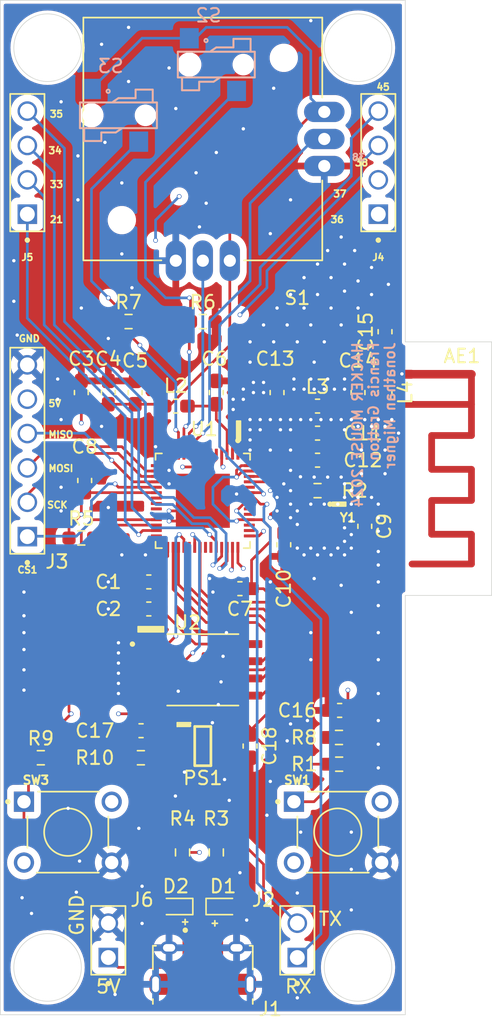
<source format=kicad_pcb>
(kicad_pcb (version 20240108) (generator "pcbnew") (generator_version "8.0")
  (layers (0 "F.Cu" signal) (1 "In1.Cu" power) (2 "In2.Cu" mixed) (31 "B.Cu" signal) (35 "F.Paste" user) (36 "B.SilkS" user "B.Silkscreen") (37 "F.SilkS" user "F.Silkscreen") (38 "B.Mask" user) (39 "F.Mask" user) (44 "Edge.Cuts" user))
  (net 0 "")
  (net 1 "GND")
  (net 2 "+3V3")
  (net 3 "/XTAL_N")
  (net 4 "/VDD3P3")
  (net 5 "VDD_SPI")
  (net 6 "+5V")
  (net 7 "/LNA_IN")
  (net 8 "Net-(AE1-A)")
  (net 9 "/RESET")
  (net 10 "/ESP_D-")
  (net 12 "/GPIO34")
  (net 13 "/GPIO33")
  (net 14 "/GPIO21")
  (net 15 "/GPIO35")
  (net 16 "/GPIO36")
  (net 17 "/GPIO45")
  (net 18 "/GPIO37")
  (net 19 "/GPIO38")
  (net 20 "/MISO")
  (net 21 "/SCK")
  (net 22 "/CS1")
  (net 23 "/MOSI")
  (net 24 "/ESP_RX")
  (net 25 "/ESP_TX")
  (net 27 "/XTAL_P")
  (net 28 "/ESP_D+")
  (net 29 "/BOOT")
  (net 30 "/BUT_1")
  (net 31 "/BUT_2")
  (net 32 "/JOY_Y")
  (net 33 "/JOY_X")
  (net 36 "/SPICS0")
  (net 37 "/SPID")
  (net 38 "/SPIWP")
  (net 39 "/SPIHD")
  (net 40 "/SPIQ")
  (net 41 "/SPICLK")
  (net 42 "Net-(C9-Pad1)")
  (net 43 "Net-(C15-Pad1)")
  (net 44 "Net-(D1-K)")
  (net 45 "Net-(R1-Pad2)")
  (net 66 "Net-(D2-K)")
  (net 67 "Net-(PS1-STBY)")
  (footprint "Header2:WURTH_61300211121" (layer "F.Cu") (at 168 103.5 90)
    (property "Reference" "J6")
    (property "Value" "POWER")
  )
  (footprint "Capacitor_SMD:C_0603_1608Metric_Pad1.08x0.95mm_HandSolder" (layer "F.Cu") (at 188.5 63 90)
    (property "Reference" "L4")
    (property "Value" "L")
  )
  (footprint "Resistor_SMD:R_0603_1608Metric_Pad0.98x0.95mm_HandSolder" (layer "F.Cu") (at 173.5 97 -90)
    (property "Reference" "R4")
    (property "Value" "0")
  )
  (footprint "Capacitor_SMD:C_0603_1608Metric_Pad1.08x0.95mm_HandSolder" (layer "F.Cu") (at 177.75 77.5 180)
    (property "Reference" "C7")
    (property "Value" "0.1uF")
  )
  (footprint "Resistor_SMD:R_0603_1608Metric_Pad0.98x0.95mm_HandSolder" (layer "F.Cu") (at 185.1 90.475)
    (property "Reference" "R1")
    (property "Value" "10k")
  )
  (footprint "Capacitor_SMD:C_0603_1608Metric_Pad1.08x0.95mm_HandSolder" (layer "F.Cu") (at 169.99 63 90)
    (property "Reference" "C5")
    (property "Value" "1uF")
  )
  (footprint "Capacitor_SMD:C_0603_1608Metric_Pad1.08x0.95mm_HandSolder" (layer "F.Cu") (at 183.5 68)
    (property "Reference" "C12")
    (property "Value" "10nF")
  )
  (footprint "Library:2765" (layer "F.Cu") (at 175 44.25)
    (property "Reference" "S1")
    (property "Value" "2765")
  )
  (footprint "Resistor_SMD:R_0603_1608Metric_Pad0.98x0.95mm_HandSolder" (layer "F.Cu") (at 170.4125 90 180)
    (property "Reference" "R10")
    (property "Value" "10k")
  )
  (footprint "Resistor_SMD:R_0603_1608Metric_Pad0.98x0.95mm_HandSolder" (layer "F.Cu") (at 183.5 70.25)
    (property "Reference" "R2")
    (property "Value" "22")
  )
  (footprint "Resistor_SMD:R_0603_1608Metric_Pad0.98x0.95mm_HandSolder" (layer "F.Cu") (at 176 97 -90)
    (property "Reference" "R3")
    (property "Value" "0")
  )
  (footprint "Resistor_SMD:R_0603_1608Metric_Pad0.98x0.95mm_HandSolder" (layer "F.Cu") (at 169.5 57.75)
    (property "Reference" "R7")
    (property "Value" "10k")
  )
  (footprint "ESP32_S3R8:QFN40P700X700X90-57N" (layer "F.Cu") (at 175 71 -90)
    (property "Reference" "U1")
    (property "Value" "ESP32-S3R8")
  )
  (footprint "Capacitor_SMD:C_0603_1608Metric_Pad1.08x0.95mm_HandSolder" (layer "F.Cu") (at 173 64 180)
    (property "Reference" "L2")
    (property "Value" "2.4nH")
  )
  (footprint "Capacitor_SMD:C_0603_1608Metric_Pad1.08x0.95mm_HandSolder" (layer "F.Cu") (at 185.1375 86.5 180)
    (property "Reference" "C16")
    (property "Value" "1uF")
  )
  (footprint "Capacitor_SMD:C_0603_1608Metric_Pad1.08x0.95mm_HandSolder" (layer "F.Cu") (at 176 63 90)
    (property "Reference" "C6")
    (property "Value" "10uF")
  )
  (footprint "Antenna:ESP_Antenna" (layer "F.Cu") (at 189.9025 63.645)
    (property "Reference" "AE1")
    (property "Value" "Antenna_Shield")
  )
  (footprint "Resistor_SMD:R_0603_1608Metric_Pad0.98x0.95mm_HandSolder" (layer "F.Cu") (at 185.0875 88.5 180)
    (property "Reference" "R8")
    (property "Value" "10k")
  )
  (footprint "Header4:WURTH_61300411121" (layer "F.Cu") (at 162 46 90)
    (property "Reference" "J5")
    (property "Value" "Header4")
  )
  (footprint "Library:SW_1825910-6-4" (layer "F.Cu") (at 165 95.5)
    (property "Reference" "SW3")
    (property "Value" "1825910-6")
  )
  (footprint "Diode_SMD:D_SOD-523" (layer "F.Cu") (at 176.5 101)
    (property "Reference" "D1")
    (property "Value" "ESD321")
  )
  (footprint "Resistor_SMD:R_0603_1608Metric_Pad0.98x0.95mm_HandSolder" (layer "F.Cu") (at 163 90)
    (property "Reference" "R9")
    (property "Value" "10k")
  )
  (footprint "Capacitor_SMD:C_0603_1608Metric_Pad1.08x0.95mm_HandSolder" (layer "F.Cu") (at 188.5 58.5 90)
    (property "Reference" "C15")
    (property "Value" "C")
  )
  (footprint "Capacitor_SMD:C_0603_1608Metric_Pad1.08x0.95mm_HandSolder" (layer "F.Cu") (at 181 74.25 -90)
    (property "Reference" "C10")
    (property "Value" "12pF")
  )
  (footprint "Capacitor_SMD:C_0603_1608Metric_Pad1.08x0.95mm_HandSolder" (layer "F.Cu") (at 183.5 66)
    (property "Reference" "C11")
    (property "Value" "1uF")
  )
  (footprint "Capacitor_SMD:C_0603_1608Metric_Pad1.08x0.95mm_HandSolder" (layer "F.Cu") (at 171 77 180)
    (property "Reference" "C1")
    (property "Value" "0.1uF")
  )
  (footprint "Diode_SMD:D_SOD-523" (layer "F.Cu") (at 173 101 180)
    (property "Reference" "D2")
    (property "Value" "ESD321")
  )
  (footprint "Header4:WURTH_61300411121" (layer "F.Cu") (at 188 46 90)
    (property "Reference" "J4")
    (property "Value" "Header4")
  )
  (footprint "Capacitor_SMD:C_0603_1608Metric_Pad1.08x0.95mm_HandSolder" (layer "F.Cu") (at 166.25 69.5 90)
    (property "Reference" "C8")
    (property "Value" "0.1uF")
  )
  (footprint "Library:SW_1825910-6-4" (layer "F.Cu") (at 185 95.5)
    (property "Reference" "SW1")
    (property "Value" "1825910-6")
  )
  (footprint "Capacitor_SMD:C_0603_1608Metric_Pad1.08x0.95mm_HandSolder" (layer "F.Cu") (at 187 72.8875 -90)
    (property "Reference" "C9")
    (property "Value" "12pF")
  )
  (footprint "Library:XTAL_ECS-400-10-37B2-CKY-TR" (layer "F.Cu") (at 183.75 72.75 -90)
    (property "Reference" "Y1")
    (property "Value" "ECS-400-10-37B2-CKY-TR")
  )
  (footprint "Library:SOT95P280X125-5N" (layer "F.Cu") (at 175 89.1375)
    (property "Reference" "PS1")
    (property "Value" "BU33SD5WG-TR")
  )
  (footprint "Capacitor_SMD:C_0603_1608Metric_Pad1.08x0.95mm_HandSolder" (layer "F.Cu") (at 166 63 90)
    (property "Reference" "C3")
    (property "Value" "0.1uF")
  )
  (footprint "Capacitor_SMD:C_0603_1608Metric_Pad1.08x0.95mm_HandSolder" (layer "F.Cu") (at 170.425 88 180)
    (property "Reference" "C17")
    (property "Value" "1uF")
  )
  (footprint "Library:AMPHENOL_10118194-0001LF" (layer "F.Cu") (at 175 106.75)
    (property "Reference" "J1")
    (property "Value" "MicroUSB")
  )
  (footprint "Header2:WURTH_61300211121" (layer "F.Cu") (at 182 103.5 90)
    (property "Reference" "J2")
    (property "Value" "UART")
  )
  (footprint "Capacitor_SMD:C_0603_1608Metric_Pad1.08x0.95mm_HandSolder" (layer "F.Cu") (at 168 63 90)
    (property "Reference" "C4")
    (property "Value" "0.1uF")
  )
  (footprint "Resistor_SMD:R_0603_1608Metric_Pad0.98x0.95mm_HandSolder" (layer "F.Cu") (at 175 57.75)
    (property "Reference" "R6")
    (property "Value" "10k")
  )
  (footprint "Capacitor_SMD:C_0603_1608Metric_Pad1.08x0.95mm_HandSolder" (layer "F.Cu") (at 186.5 63 90)
    (property "Reference" "C14")
    (property "Value" "1pF")
  )
  (footprint "Capacitor_SMD:C_0603_1608Metric_Pad1.08x0.95mm_HandSolder" (layer "F.Cu") (at 183.5 64)
    (property "Reference" "L3")
    (property "Value" "2.4 nH")
  )
  (footprint "Capacitor_SMD:C_0603_1608Metric_Pad1.08x0.95mm_HandSolder" (layer "F.Cu") (at 171 79 180)
    (property "Reference" "C2")
    (property "Value" "1uF")
  )
  (footprint "Library:W25Q128JVSIM_TR" (layer "F.Cu") (at 175 83.5)
    (property "Reference" "U2")
    (property "Value" "W25Q128JVSIM_TR")
  )
  (footprint "Header6:WURTH_61300611121" (layer "F.Cu") (at 162 67.3 90)
    (property "Reference" "J3")
    (property "Value" "Micro_SD")
  )
  (footprint "Capacitor_SMD:C_0603_1608Metric_Pad1.08x0.95mm_HandSolder" (layer "F.Cu") (at 178.5 89.1375 -90)
    (property "Reference" "C18")
    (property "Value" "1uF")
  )
  (footprint "Resistor_SMD:R_0603_1608Metric_Pad0.98x0.95mm_HandSolder" (layer "F.Cu") (at 166 73.75)
    (property "Reference" "R5")
    (property "Value" "10K")
  )
  (footprint "Capacitor_SMD:C_0603_1608Metric_Pad1.08x0.95mm_HandSolder" (layer "F.Cu") (at 180.5 63 90)
    (property "Reference" "C13")
    (property "Value" "1pF")
  )
  (footprint "Library:SW_ESE-22MV21T" (layer "B.Cu") (at 176 38.75 180)
    (property "Reference" "S2")
    (property "Value" "ESE-22MV21T")
  )
  (footprint "Library:SW_ESE-22MV21T" (layer "B.Cu") (at 168.75 42.5 180)
    (property "Reference" "S3")
    (property "Value" "ESE-22MV21T")
  )
  (gr_arc (start 177.6 65.75) (mid 178.149175 64.424175) (end 179.475 63.875) (stroke (width 0.35)) (layer "F.Cu") (net 7))
  (gr_line (start 173.1 87.4) (end 173.1 87.7) (stroke (width 0.1)) (layer "F.SilkS"))
  (gr_rect (start 170.2 80.3) (end 172.1 80.7) (stroke (width 0.1)) (fill solid) (layer "F.SilkS"))
  (gr_rect (start 177.5 65.1) (end 177.8 66.545) (stroke (width 0.1)) (fill solid) (layer "F.SilkS"))
  (gr_line (start 174.1 87.4) (end 173.1 87.4) (stroke (width 0.1)) (layer "F.SilkS"))
  (gr_line (start 174.1 87.5) (end 174.1 87.4) (stroke (width 0.1)) (layer "F.SilkS"))
  (gr_rect (start 184.6 71.1) (end 185.6 71.4) (stroke (width 0.1)) (fill solid) (layer "F.SilkS"))
  (gr_line (start 173.1 87.5) (end 174.1 87.5) (stroke (width 0.1)) (layer "F.SilkS"))
  (gr_circle (center 163.5 105.5) (end 166 105.5) (stroke (width 0.05)) (fill none) (layer "Edge.Cuts"))
  (gr_line (start 190 109) (end 190 78) (stroke (width 0.05)) (layer "Edge.Cuts"))
  (gr_line (start 190 78) (end 196.4 78) (stroke (width 0.05)) (layer "Edge.Cuts"))
  (gr_circle (center 186.5 37.5) (end 189 37.5) (stroke (width 0.05)) (fill none) (layer "Edge.Cuts"))
  (gr_line (start 160 34) (end 160 109) (stroke (width 0.05)) (layer "Edge.Cuts"))
  (gr_line (start 196.4 59.25) (end 190 59.25) (stroke (width 0.05)) (layer "Edge.Cuts"))
  (gr_line (start 190 34) (end 160 34) (stroke (width 0.05)) (layer "Edge.Cuts"))
  (gr_line (start 190 59.25) (end 190 34) (stroke (width 0.05)) (layer "Edge.Cuts"))
  (gr_circle (center 163.5 37.5) (end 166 37.5) (stroke (width 0.05)) (fill none) (layer "Edge.Cuts"))
  (gr_line (start 160 109) (end 190 109) (stroke (width 0.05)) (layer "Edge.Cuts"))
  (gr_line (start 196.4 78) (end 196.4 59.25) (stroke (width 0.05)) (layer "Edge.Cuts"))
  (gr_circle (center 186.5 105.5) (end 189 105.5) (stroke (width 0.05)) (fill none) (layer "Edge.Cuts"))
  (gr_text "HACKER MOUSE 2024" (at 186.9 59.2 90) (layer "B.SilkS") (effects (font (size 0.75 0.75) (thickness 0.15) (bold yes)) (justify left bottom mirror)))
  (gr_text "Francis Gratton\nJonathan Migner" (at 189.3 59.2 90) (layer "B.SilkS") (effects (font (size 0.75 0.75) (thickness 0.15) (bold yes)) (justify left bottom mirror)))
  (gr_text "38" (at 187.1 45.9 0) (layer "B.SilkS") (effects (font (size 0.5 0.5)) (justify left bottom mirror)))
  (gr_text "GND" (at 161.3 59.3 0) (layer "F.SilkS") (effects (font (size 0.5 0.5)) (justify left bottom)))
  (gr_text "38" (at 186.2 46.3 0) (layer "F.SilkS") (effects (font (size 0.5 0.5)) (justify left bottom)))
  (gr_text "GND" (at 166.25 103.25 90) (layer "F.SilkS") (effects (font (size 1 1)) (justify left bottom)))
  (gr_text "35" (at 163.6 42.7 0) (layer "F.SilkS") (effects (font (size 0.5 0.5)) (justify left bottom)))
  (gr_text "TX" (at 183.5 102.5 0) (layer "F.SilkS") (effects (font (size 1 1)) (justify left bottom)))
  (gr_text "33" (at 163.6 47.9 0) (layer "F.SilkS") (effects (font (size 0.5 0.5)) (justify left bottom)))
  (gr_text "37" (at 184.6 48.6 0) (layer "F.SilkS") (effects (font (size 0.5 0.5)) (justify left bottom)))
  (gr_text "MOSI" (at 163.5 68.9 0) (layer "F.SilkS") (effects (font (size 0.5 0.5)) (justify left bottom)))
  (gr_text "RX" (at 181 107.5 0) (layer "F.SilkS") (effects (font (size 1 1)) (justify left bottom)))
  (gr_text "45" (at 187.8 40.7 0) (layer "F.SilkS") (effects (font (size 0.5 0.5)) (justify left bottom)))
  (gr_text "5V" (at 163.5 64.1 0) (layer "F.SilkS") (effects (font (size 0.5 0.5)) (justify left bottom)))
  (gr_text "CS1" (at 161.2 76.4 0) (layer "F.SilkS") (effects (font (size 0.5 0.5)) (justify left bottom)))
  (gr_text "34" (at 163.5 45.4 0) (layer "F.SilkS") (effects (font (size 0.5 0.5)) (justify left bottom)))
  (gr_text "+" (at 173.3 102.4 0) (layer "F.SilkS") (effects (font (size 0.5 0.5)) (justify left bottom)))
  (gr_text "21" (at 163.6 50.5 0) (layer "F.SilkS") (effects (font (size 0.5 0.5)) (justify left bottom)))
  (gr_text "SCK" (at 163.4 71.6 0) (layer "F.SilkS") (effects (font (size 0.5 0.5)) (justify left bottom)))
  (gr_text "36" (at 184.4 50.5 0) (layer "F.SilkS") (effects (font (size 0.5 0.5)) (justify left bottom)))
  (gr_text "MISO" (at 163.5 66.4 0) (layer "F.SilkS") (effects (font (size 0.5 0.5)) (justify left bottom)))
  (gr_text "+" (at 175.5 102.5 0) (layer "F.SilkS") (effects (font (size 0.5 0.5)) (justify left bottom)))
  (gr_text "5V" (at 167 107.5 0) (layer "F.SilkS") (effects (font (size 1 1)) (justify left bottom)))
  (segment (start 172.5 69.75) (end 173.75 69.75) (width 0.2) (layer "F.Cu") (net 1))
  (segment (start 175.5 70.5) (end 175 71) (width 0.2) (layer "F.Cu") (net 1))
  (segment (start 173.75 69.75) (end 175 71) (width 0.2) (layer "F.Cu") (net 1))
  (segment (start 172.5 68.75) (end 174.75 71) (width 0.2) (layer "F.Cu") (net 1))
  (segment (start 174.25 71.75) (end 175 71) (width 0.2) (layer "F.Cu") (net 1))
  (segment (start 172.5 72.5) (end 173.5 72.5) (width 0.2) (layer "F.Cu") (net 1))
  (segment (start 174.75 71) (end 175 71) (width 0.2) (layer "F.Cu") (net 1))
  (segment (start 177.5 70.5) (end 175.5 70.5) (width 0.2) (layer "F.Cu") (net 1))
  (segment (start 172.5 71.75) (end 174.25 71.75) (width 0.2) (layer "F.Cu") (net 1))
  (segment (start 173.5 72.5) (end 175 71) (width 0.2) (layer "F.Cu") (net 1))
  (via (at 183 35.5) (size 0.35) (drill 0.25) (layers "F.Cu" "B.Cu") (net 1))
  (via (at 161.25 58.75) (size 0.35) (drill 0.25) (layers "F.Cu" "B.Cu") (net 1))
  (via (at 186 79.25) (size 0.35) (drill 0.25) (layers "F.Cu" "B.Cu") (net 1))
  (via (at 184 62.75) (size 0.35) (drill 0.25) (layers "F.Cu" "B.Cu") (net 1))
  (via (at 180.5 56.75) (size 0.35) (drill 0.25) (layers "F.Cu" "B.Cu") (net 1))
  (via (at 176.61 91.61) (size 0.35) (drill 0.25) (layers "F.Cu" "B.Cu") (net 1))
  (via (at 161.75 85) (size 0.35) (drill 0.25) (layers "F.Cu" "B.Cu") (net 1))
  (via (at 170.5 102.25) (size 0.35) (drill 0.25) (layers "F.Cu" "B.Cu") (net 1))
  (via (at 177.25 64.25) (size 0.35) (drill 0.25) (layers "F.Cu" "B.Cu") (net 1))
  (via (at 178.75 63) (size 0.35) (drill 0.25) (layers "F.Cu" "B.Cu") (net 1))
  (via (at 170.5 99.5) (size 0.35) (drill 0.25) (layers "F.Cu" "B.Cu") (net 1))
  (via (at 170.26 95.22) (size 0.35) (drill 0.25) (layers "F.Cu" "B.Cu") (net 1))
  (via (at 186.5 54.75) (size 0.35) (drill 0.25) (layers "F.Cu" "B.Cu") (net 1))
  (via (at 185 74.5) (size 0.35) (drill 0.25) (layers "F.Cu" "B.Cu") (net 1))
  (via (at 180 91.75) (size 0.35) (drill 0.25) (layers "F.Cu" "B.Cu") (net 1))
  (via (at 186 71.25) (size 0.35) (drill 0.25) (layers "F.Cu" "B.Cu") (net 1))
  (via (at 182.5 62.75) (size 0.35) (drill 0.25) (layers "F.Cu" "B.Cu") (net 1))
  (via (at 186.75 69) (size 0.35) (drill 0.25) (layers "F.Cu" "B.Cu") (net 1))
  (via (at 185.5 70.75) (size 0.35) (drill 0.25) (layers "F.Cu" "B.Cu") (net 1))
  (via (at 174.5 46.75) (size 0.35) (drill 0.25) (layers "F.Cu" "B.Cu") (net 1))
  (via (at 178.5 65) (size 0.35) (drill 0.25) (layers "F.Cu" "B.Cu") (net 1))
  (via (at 184.25 69.25) (size 0.35) (drill 0.25) (layers "F.Cu" "B.Cu") (net 1))
  (via (at 176 45.25) (size 0.35) (drill 0.25) (layers "F.Cu" "B.Cu") (net 1))
  (via (at 168.75 83) (size 0.35) (drill 0.25) (layers "F.Cu" "B.Cu") (net 1))
  (via (at 176.15 86.07) (size 0.35) (drill 0.25) (layers "F.Cu" "B.Cu") (net 1))
  (via (at 184.25 52.5) (size 0.35) (drill 0.25) (layers "F.Cu" "B.Cu") (net 1))
  (via (at 168 79) (size 0.35) (drill 0.25) (layers "F.Cu" "B.Cu") (net 1))
  (via (at 182.75 87.25) (size 0.35) (drill 0.25) (layers "F.Cu" "B.Cu") (net 1))
  (via (at 184 71.25) (size 0.35) (drill 0.25) (layers "F.Cu" "B.Cu") (net 1))
  (via (at 176.96 93.15) (size 0.35) (drill 0.25) (layers "F.Cu" "B.Cu") (net 1))
  (via (at 172.5 68.75) (size 0.35) (drill 0.25) (layers "F.Cu" "B.Cu") (net 1))
  (via (at 185.25 69.25) (size 0.35) (drill 0.25) (layers "F.Cu" "B.Cu") (net 1))
  (via (at 178.5 65.75) (size 0.35) (drill 0.25) (layers "F.Cu" "B.Cu") (net 1))
  (via (at 183.25 69.25) (size 0.35) (drill 0.25) (layers "F.Cu" "B.Cu") (net 1))
  (via (at 161 53.25) (size 0.35) (drill 0.25) (layers "F.Cu" "B.Cu") (net 1))
  (via (at 181.75 62) (size 0.35) (drill 0.25) (layers "F.Cu" "B.Cu") (net 1))
  (via (at 177.75 98.5) (size 0.35) (drill 0.25) (layers "F.Cu" "B.Cu") (net 1))
  (via (at 161.75 83.5) (size 0.35) (drill 0.25) (layers "F.Cu" "B.Cu") (net 1))
  (via (at 188 74.75) (size 0.35) (drill 0.25) (layers "F.Cu" "B.Cu") (net 1))
  (via (at 172.5 69.75) (size 0.35) (drill 0.25) (layers "F.Cu" "B.Cu") (net 1))
  (via (at 185.5 65.75) (size 0.35) (drill 0.25) (layers "F.Cu" "B.Cu") (net 1))
  (via (at 186.5 65.5) (size 0.35) (drill 0.25) (layers "F.Cu" "B.Cu") (net 1))
  (via (at 184.5 65) (size 0.35) (drill 0.25) (layers "F.Cu" "B.Cu") (net 1))
  (via (at 184.25 62) (size 0.35) (drill 0.25) (layers "F.Cu" "B.Cu") (net 1))
  (via (at 181.25 58) (size 0.35) (drill 0.25) (layers "F.Cu" "B.Cu") (net 1))
  (via (at 164.25 63.5) (size 0.35) (drill 0.25) (layers "F.Cu" "B.Cu") (net 1))
  (via (at 178 43.5) (size 0.35) (drill 0.25) (layers "F.Cu" "B.Cu") (net 1))
  (via (at 189.5 66) (size 0.35) (drill 0.25) (layers "F.Cu" "B.Cu") (net 1))
  (via (at 161 56.25) (size 0.35) (drill 0.25) (layers "F.Cu" "B.Cu") (net 1))
  (via (at 176.35 84.39) (size 0.35) (drill 0.25) (layers "F.Cu" "B.Cu") (net 1))
  (via (at 182 74.5) (size 0.35) (drill 0.25) (layers "F.Cu" "B.Cu") (net 1))
  (via (at 188.5 67.25) (size 0.35) (drill 0.25) (layers "F.Cu" "B.Cu") (net 1))
  (via (at 168.75 83.75) (size 0.35) (drill 0.25) (layers "F.Cu" "B.Cu") (net 1))
  (via (at 179.5 62.25) (size 0.35) (drill 0.25) (layers "F.Cu" "B.Cu") (net 1))
  (via (at 183.5 75) (size 0.35) (drill 0.25) (layers "F.Cu" "B.Cu") (net 1))
  (via (at 182.25 65) (size 0.35) (drill 0.25) (layers "F.Cu" "B.Cu") (net 1))
  (via (at 187.5 70.75) (size 0.35) (drill 0.25) (layers "F.Cu" "B.Cu") (net 1))
  (via (at 179.25 65) (size 0.35) (drill 0.25) (layers "F.Cu" "B.Cu") (net 1))
  (via (at 185.5 53.5) (size 0.35) (drill 0.25) (layers "F.Cu" "B.Cu") (net 1))
  (via (at 184.5 56.75) (size 0.35) (drill 0.25) (layers "F.Cu" "B.Cu") (net 1))
  (via (at 180.25 59.25) (size 0.35) (drill 0.25) (layers "F.Cu" "B.Cu") (net 1))
  (via (at 165.75 48.75) (size 0.35) (drill 0.25) (layers "F.Cu" "B.Cu") (net 1))
  (via (at 178.5 66.5) (size 0.35) (drill 0.25) (layers "F.Cu" "B.Cu") (net 1))
  (via (at 173.18 85.08) (size 0.35) (drill 0.25) (layers "F.Cu" "B.Cu") (net 1))
  (via (at 161.61 100.35) (size 0.35) (drill 0.25) (layers "F.Cu" "B.Cu") (net 1))
  (via (at 182.25 95.5) (size 0.35) (drill 0.25) (layers "F.Cu" "B.Cu") (net 1))
  (via (at 172.5 71.75) (size 0.35) (drill 0.25) (layers "F.Cu" "B.Cu") (net 1))
  (via (at 185.25 77.25) (size 0.35) (drill 0.25) (layers "F.Cu" "B.Cu") (net 1))
  (via (at 180 67.25) (size 0.35) (drill 0.25) (layers "F.Cu" "B.Cu") (net 1))
  (via (at 188 78.75) (size 0.35) (drill 0.25) (layers "F.Cu" "B.Cu") (net 1))
  (via (at 182 59.25) (size 0.35) (drill 0.25) (layers "F.Cu" "B.Cu") (net 1))
  (via (at 185.5 55.5) (size 0.35) (drill 0.25) (layers "F.Cu" "B.Cu") (net 1))
  (via (at 188 85.25) (size 0.35) (drill 0.25) (layers "F.Cu" "B.Cu") (net 1))
  (via (at 165.02 93.74) (size 0.35) (drill 0.25) (layers "F.Cu" "B.Cu") (net 1))
  (via (at 181.5 87.5) (size 0.35) (drill 0.25) (layers "F.Cu" "B.Cu") (net 1))
  (via (at 178.5 67.25) (size 0.35) (drill 0.25) (layers "F.Cu" "B.Cu") (net 1))
  (via (at 166 56.75) (size 0.35) (drill 0.25) (layers "F.Cu" "B.Cu") (net 1))
  (via (at 181.5 70.25) (size 0.35) (drill 0.25) (layers "F.Cu" "B.Cu") (net 1))
  (via (at 181.5 65.75) (size 0.35) (drill 0.25) (layers "F.Cu" "B.Cu") (net 1))
  (via (at 169.5 36) (size 0.35) (drill 0.25) (layers "F.Cu" "B.Cu") (net 1))
  (via (at 181.5 48.75) (size 0.35) (drill 0.25) (layers "F.Cu" "B.Cu") (net 1))
  (via (at 185.5 62.75) (size 0.35) (drill 0.25) (layers "F.Cu" "B.Cu") (net 1))
  (via (at 185.5 62) (size 0.35) (drill 0.25) (layers "F.Cu" "B.Cu") (net 1))
  (via (at 174.75 50.75) (size 0.35) (drill 0.25) (layers "F.Cu" "B.Cu") (net 1))
  (via (at 161.75 77.75) (size 0.35) (drill 0.25) (layers "F.Cu" "B.Cu") (net 1))
  (via (at 164.5 71.75) (size 0.35) (drill 0.25) (layers "F.Cu" "B.Cu") (net 1))
  (via (at 181.5 72.25) (size 0.35) (drill 0.25) (layers "F.Cu" "B.Cu") (net 1))
  (via (at 179.5 58) (size 0.35) (drill 0.25) (layers "F.Cu" "B.Cu") (net 1))
  (via (at 186 73.5) (size 0.35) (drill 0.25) (layers "F.Cu" "B.Cu") (net 1))
  (via (at 185.5 75) (size 0.35) (drill 0.25) (layers "F.Cu" "B.Cu") (net 1))
  (via (at 186.5 56.75) (size 0.35) (drill 0.25) (layers "F.Cu" "B.Cu") (net 1))
  (via (at 182 100) (size 0.35) (drill 0.25) (layers "F.Cu" "B.Cu") (net 1))
  (via (at 164.5 41.5) (size 0.35) (drill 0.25) (layers "F.Cu" "B.Cu") (net 1))
  (via (at 168.75 84.5) (size 0.35) (drill 0.25) (layers "F.Cu" "B.Cu") (net 1))
  (via (at 180.75 65.75) (size 0.35) (drill 0.25) (layers "F.Cu" "B.Cu") (net 1))
  (via (at 188.75 55) (size 0.35) (drill 0.25) (layers "F.Cu" "B.Cu") (net 1))
  (via (at 188 80.75) (size 0.35) (drill 0.25) (layers "F.Cu" "B.Cu") (net 1))
  (via (at 184.75 62.75) (size 0.35) (drill 0.25) (layers "F.Cu" "B.Cu") (net 1))
  (via (at 188.5 65.5) (size 0.35) (drill 0.25) (layers "F.Cu" "B.Cu") (net 1))
  (via (at 164.25 62) (size 0.35) (drill 0.25) (layers "F.Cu" "B.Cu") (net 1))
  (via (at 167.75 44.5) (size 0.35) (drill 0.25) (layers "F.Cu" "B.Cu") (net 1))
  (via (at 181.5 68.75) (size 0.35) (drill 0.25) (layers "F.Cu" "B.Cu") (net 1))
  (via (at 183.5 55.75) (size 0.35) (drill 0.25) (layers "F.Cu" "B.Cu") (net 1))
  (via (at 188.5 69) (size 0.35) (drill 0.25) (layers "F.Cu" "B.Cu") (net 1))
  (via (at 179.75 94.25) (size 0.35) (drill 0.25) (layers "F.Cu" "B.Cu") (net 1))
  (via (at 186 65) (size 0.35) (drill 0.25) (layers "F.Cu" "B.Cu") (net 1))
  (via (at 165.75 45.5) (size 0.35) (drill 0.25) (layers "F.Cu" "B.Cu") (net 1))
  (via (at 183.25 60.75) (size 0.35) (drill 0.25) (layers "F.Cu" "B.Cu") (net 1))
  (via (at 185.5 74) (size 0.35) (drill 0.25) (layers "F.Cu" "B.Cu") (net 1))
  (via (at 176.5 82.5) (size 0.35) (drill 0.25) (layers "F.Cu" "B.Cu") (net 1))
  (via (at 180.75 65) (size 0.35) (drill 0.25) (layers "F.Cu" "B.Cu") (net 1))
  (via (at 180 77) (size 0.35) (drill 0.25) (layers "F.Cu" "B.Cu") (net 1))
  (via (at 186.25 52.5) (size 0.35) (drill 0.25) (layers "F.Cu" "B.Cu") (net 1))
  (via (at 168.75 85.25) (size 0.35) (drill 0.25) (layers "F.Cu" "B.Cu") (net 1))
  (via (at 185 71.25) (size 0.35) (drill 0.25) (layers "F.Cu" "B.Cu") (net 1))
  (via (at 187.5 65.5) (size 0.35) (drill 0.25) (layers "F.Cu" "B.Cu") (net 1))
  (via (at 178.75 62.25) (size 0.35) (drill 0.25) (layers "F.Cu" "B.Cu") (net 1))
  (via (at 169.5 40) (size 0.35) (drill 0.25) (layers "F.Cu" "B.Cu") (net 1))
  (via (at 186 95.5) (size 0.35) (drill 0.25) (layers "F.Cu" "B.Cu") (net 1))
  (via (at 180.25 40.5) (size 0.35) (drill 0.25) (layers "F.Cu" "B.Cu") (net 1))
  (via (at 175.5 76.75) (size 0.35) (drill 0.25) (layers "F.Cu" "B.Cu") (net 1))
  (via (at 178.5 59.25) (size 0.35) (drill 0.25) (layers "F.Cu" "B.Cu") (net 1))
  (via (at 178 63.5) (size 0.35) (drill 0.25) (layers "F.Cu" "B.Cu") (net 1))
  (via (at 183 58) (size 0.35) (drill 0.25) (layers "F.Cu" "B.Cu") (net 1))
  (via (at 178.25 102) (size 0.35) (drill 0.25) (layers "F.Cu" "B.Cu") (net 1))
  (via (at 183.5 53.5) (size 0.35) (drill 0.25) (layers "F.Cu" "B.Cu") (net 1))
  (via (at 181 69.75) (size 0.35) (drill 0.25) (layers "F.Cu" "B.Cu") (net 1))
  (via (at 168 77) (size 0.35) (drill 0.25) (layers "F.Cu" "B.Cu") (net 1))
  (via (at 178 62.75) (size 0.35) (drill 0.25) (layers "F.Cu" "B.Cu") (net 1))
  (via (at 188 72.25) (size 0.35) (drill 0.25) (layers "F.Cu" "B.Cu") (net 1))
  (via (at 182.5 56.75) (size 0.35) (drill 0.25) (layers "F.Cu" "B.Cu") (net 1))
  (via (at 169 52.75) (size 0.35) (drill 0.25) (layers "F.Cu" "B.Cu") (net 1))
  (via (at 167.5 65.5) (size 0.35) (drill 0.25) (layers "F.Cu" "B.Cu") (net 1))
  (via (at 186.75 67.25) (size 0.35) (drill 0.25) (layers "F.Cu" "B.Cu") (net 1))
  (via (at 181.5 55.75) (size 0.35) (drill 0.25) (layers "F.Cu" "B.Cu") (net 1))
  (via (at 187.5 53.75) (size 0.35) (drill 0.25) (layers "F.Cu" "B.Cu") (net 1))
  (via (at 186.5 70.75) (size 0.35) (drill 0.25) (layers "F.Cu" "B.Cu") (net 1))
  (via (at 177.5 70.5) (size 0.35) (drill 0.25) (layers "F.Cu" "B.Cu") (net 1))
  (via (at 176.75 80.75) (size 0.35) (drill 0.25) (layers "F.Cu" "B.Cu") (net 1))
  (via (at 186 98.25) (size 0.35) (drill 0.25) (layers "F.Cu" "B.Cu") (net 1))
  (via (at 181.5 71.25) (size 0.35) (drill 0.25) (layers "F.Cu" "B.Cu") (net 1))
  (via (at 162.31 101.51) (size 0.35) (drill 0.25) (layers "F.Cu" "B.Cu") (net 1))
  (via (at 172.5 39) (size 0.35) (drill 0.25) (layers "F.Cu" "B.Cu") (net 1))
  (via (at 180 72.25) (size 0.35) (drill 0.25) (layers "F.Cu" "B.Cu") (net 1))
  (via (at 182.234959 69.225614) (size 0.35) (drill 0.25) (layers "F.Cu" "B.Cu") (net 1))
  (via (at 184.5 54.5) (size 0.35) (drill 0.25) (layers "F.Cu" "B.Cu") (net 1))
  (via (at 185.5 73) (size 0.35) (drill 0.25) (layers "F.Cu" "B.Cu") (net 1))
  (via (at 182.5 54.5) (size 0.35) (drill 0.25) (layers "F.Cu" "B.Cu") (net 1))
  (via (at 187.5 55.75) (size 0.35) (drill 0.25) (layers "F.Cu" "B.Cu") (net 1))
  (via (at 164.5 70) (size 0.35) (drill 0.25) (layers "F.Cu" "B.Cu") (net 1))
  (via (at 183.25 62.75) (size 0.35) (drill 0.25) (layers "F.Cu" "B.Cu") (net 1))
  (via (at 180.5 71.75) (size 0.35) (drill 0.25) (layers "F.Cu" "B.Cu") (net 1))
  (via (at 181.75 62.75) (size 0.35) (drill 0.25) (layers "F.Cu" "B.Cu") (net 1))
  (via (at 168 71.5) (size 0.35) (drill 0.25) (layers "F.Cu" "B.Cu") (net 1))
  (via (at 186 70.25) (size 0.35) (drill 0.25) (layers "F.Cu" "B.Cu") (net 1))
  (via (at 161.75 80.75) (size 0.35) (drill 0.25) (layers "F.Cu" "B.Cu") (net 1))
  (via (at 173.64 91.06) (size 0.35) (drill 0.25) (layers "F.Cu" "B.Cu") (net 1))
  (via (at 175.71 87.41) (size 0.35) (drill 0.25) (layers "F.Cu" "B.Cu") (net 1))
  (via (at 186 101.25) (size 0.35) (drill 0.25) (layers "F.Cu" "B.Cu") (net 1))
  (via (at 181.5 65) (size 0.35) (drill 0.25) (layers "F.Cu" "B.Cu") (net 1))
  (via (at 189 65) (size 0.35) (drill 0.25) (layers "F.Cu" "B.Cu") (net 1))
  (via (at 168.75 82.25) (size 0.35) (drill 0.25) (layers "F.Cu" "B.Cu") (net 1))
  (via (at 184 74.5) (size 0.35) (drill 0.25) (layers "F.Cu" "B.Cu") (net 1))
  (via (at 185.25 51.5) (size 0.35) (drill 0.25) (layers "F.Cu" "B.Cu") (net 1))
  (via (at 178.5 60.75) (size 0.35) (drill 0.25) (layers "F.Cu" "B.Cu") (net 1))
  (via (at 183.25 76.75) (size 0.35) (drill 0.25) (layers "F.Cu" "B.Cu") (net 1))
  (via (at 169.75 55.25) (size 0.35) (drill 0.25) (layers "F.Cu" "B.Cu") (net 1))
  (via (at 188 89) (size 0.35) (drill 0.25) (layers "F.Cu" "B.Cu") (net 1))
  (via (at 168 59) (size 0.35) (drill 0.25) (layers "F.Cu" "B.Cu") (net 1))
  (via (at 182 107.75) (size 0.35) (drill 0.25) (layers "F.Cu" "B.Cu") (net 1))
  (via (at 185.5 69.75) (size 0.35) (drill 0.25) (layers "F.Cu" "B.Cu") (net 1))
  (via (at 169 47.5) (size 0.35) (drill 0.25) (layers "F.Cu" "B.Cu") (net 1))
  (via (at 185.25 65) (size 0.35) (drill 0.25) (layers "F.Cu" "B.Cu") (net 1))
  (via (at 168.5 107.5) (size 0.35) (drill 0.25) (layers "F.Cu" "B.Cu") (net 1))
  (via (at 169 75) (size 0.35) (drill 0.25) (layers "F.Cu" "B.Cu") (net 1))
  (via (at 183 71.25) (size 0.35) (drill 0.25) (layers "F.Cu" "B.Cu") (net 1))
  (via (at 181.25 88.75) (size 0.35) (drill 0.25) (layers "F.Cu" "B.Cu") (net 1))
  (via (at 189.75 61.62) (size 0.35) (drill 0.25) (layers "F.Cu" "B.Cu") (net 1))
  (via (at 183.75 65) (size 0.35) (drill 0.25) (layers "F.Cu" "B.Cu") (net 1))
  (via (at 182 72.75) (size 0.35) (drill 0.25) (layers "F.Cu" "B.Cu") (net 1))
  (via (at 188 77) (size 0.35) (drill 0.25) (layers "F.Cu" "B.Cu") (net 1))
  (via (at 180 65) (size 0.35) (drill 0.25) (layers "F.Cu" "B.Cu") (net 1))
  (via (at 188 90.75) (size 0.35) (drill 0.25) (layers "F.Cu" "B.Cu") (net 1))
  (via (at 183 65) (size 0.35) (drill 0.25) (layers "F.Cu" "B.Cu") (net 1))
  (via (at 179.5 63) (size 0.35) (drill 0.25) (layers "F.Cu" "B.Cu") (net 1))
  (via (at 182.5 75) (size 0.35) (drill 0.25) (layers "F.Cu" "B.Cu") (net 1))
  (via (at 186 72.5) (size 0.35) (drill 0.25) (layers "F.Cu" "B.Cu") (net 1))
  (via (at 188 82.75) (size 0.35) (drill 0.25) (layers "F.Cu" "B.Cu") (net 1))
  (via (at 167.5 37.25) (size 0.35) (drill 0.25) (layers "F.Cu" "B.Cu") (net 1))
  (via (at 186 74.5) (size 0.35) (drill 0.25) (layers "F.Cu" "B.Cu") (net 1))
  (via (at 188 73.25) (size 0.35) (drill 0.25) (layers "F.Cu" "B.Cu") (net 1))
  (via (at 175.71 87.41) (size 0.35) (drill 0.25) (layers "F.Cu" "B.Cu") (net 1))
  (via (at 173 42) (size 0.35) (drill 0.25) (layers "F.Cu" "B.Cu") (net 1))
  (via (at 177.25 63.5) (size 0.35) (drill 0.25) (layers "F.Cu" "B.Cu") (net 1))
  (via (at 184 59.25) (size 0.35) (drill 0.25) (layers "F.Cu" "B.Cu") (net 1))
  (via (at 179.25 65.75) (size 0.35) (drill 0.25) (layers "F.Cu" "B.Cu") (net 1))
  (via (at 183 74.5) (size 0.35) (drill 0.25) (layers "F.Cu" "B.Cu") (net 1))
  (via (at 180 70.25) (size 0.35) (drill 0.25) (layers "F.Cu" "B.Cu") (net 1))
  (via (at 165.63 99.94) (size 0.35) (drill 0.25) (layers "F.Cu" "B.Cu") (net 1))
  (via (at 185.25 58) (size 0.35) (drill 0.25) (layers "F.Cu" "B.Cu") (net 1))
  (via (at 188 75.75) (size 0.35) (drill 0.25) (layers "F.Cu" "B.Cu") (net 1))
  (via (at 175.75 77.75) (size 0.35) (drill 0.25) (layers "F.Cu" "B.Cu") (net 1))
  (via (at 188 71.25) (size 0.35) (drill 0.25) (layers "F.Cu" "B.Cu") (net 1))
  (via (at 188 65) (size 0.35) (drill 0.25) (layers "F.Cu" "B.Cu") (net 1))
  (via (at 170.75 75) (size 0.35) (drill 0.25) (layers "F.Cu" "B.Cu") (net 1))
  (via (at 183 62) (size 0.35) (drill 0.25) (layers "F.Cu" "B.Cu") (net 1))
  (via (at 172.5 72.5) (size 0.35) (drill 0.25) (layers "F.Cu" "B.Cu") (net 1))
  (via (at 171.5 67) (size 0.35) (drill 0.25) (layers "F.Cu" "B.Cu") (net 1))
  (via (at 184.5 75) (size 0.35) (drill 0.25) (layers "F.Cu" "B.Cu") (net 1))
  (via (at 183 80.75) (size 0.35) (drill 0.25) (layers "F.Cu" "B.Cu") (net 1))
  (via (at 180 51.25) (size 0.35) (drill 0.25) (layers "F.Cu" "B.Cu") (net 1))
  (via (at 168.75 81.5) (size 0.35) (drill 0.25) (layers "F.Cu" "B.Cu") (net 1))
  (via (at 182 71.75) (size 0.35) (drill 0.25) (layers "F.Cu" "B.Cu") (net 1))
  (via (at 161.75 79.5) (size 0.35) (drill 0.25) (layers "F.Cu" "B.Cu") (net 1))
  (via (at 164.5 65) (size 0.35) (drill 0.25) (layers "F.Cu" "B.Cu") (net 1))
  (via (at 165.87 97.64) (size 0.35) (drill 0.25) (layers "F.Cu" "B.Cu") (net 1))
  (via (at 188 87.25) (size 0.35) (drill 0.25) (layers "F.Cu" "B.Cu") (net 1))
  (via (at 161.75 82) (size 0.35) (drill 0.25) (layers "F.Cu" "B.Cu") (net 1))
  (via (at 180.5 70.75) (size 0.35) (drill 0.25) (layers "F.Cu" "B.Cu") (net 1))
  (via (at 183 82.75) (size 0.35) (drill 0.25) (layers "F.Cu" "B.Cu") (net 1))
  (via (at 172.97 92.83) (size 0.35) (drill 0.25) (layers "F.Cu" "B.Cu") (net 1))
  (via (at 181.5 67.25) (size 0.35) (drill 0.25) (layers "F.Cu" "B.Cu") (net 1))
  (via (at 175.25 49) (size 0.35) (drill 0.25) (layers "F.Cu" "B.Cu") (net 1))
  (via (at 187 65) (size 0.35) (drill 0.25) (layers "F.Cu" "B.Cu") (net 1))
  (segment (start 177 59.5) (end 177 53.25) (width 0.2) (layer "F.Cu") (net 2))
  (segment (start 168 63.8625) (end 169.99 63.8625) (width 0.2) (layer "F.Cu") (net 2))
  (segment (start 165.25 86.75) (end 163.9125 88.0875) (width 0.2) (layer "F.Cu") (net 2))
  (segment (start 166 70.6125) (end 166.25 70.3625) (width 0.2) (layer "F.Cu") (net 2))
  (segment (start 178.5 88.275) (end 178.5 87.75) (width 0.2) (layer "F.Cu") (net 2))
  (segment (start 178.4125 88.1875) (end 178.5 88.275) (width 0.2) (layer "F.Cu") (net 2))
  (segment (start 169.99 63.8625) (end 172 63.8625) (width 0.2) (layer "F.Cu") (net 2))
  (segment (start 180.2 68.8) (end 178.445 68.8) (width 0.2) (layer "F.Cu") (net 2))
  (segment (start 172.5 64) (end 177 59.5) (width 0.2) (layer "F.Cu") (net 2))
  (segment (start 172.1375 64) (end 172.5 64) (width 0.2) (layer "F.Cu") (net 2))
  (segment (start 165.0875 72.9125) (end 165.0875 73.75) (width 0.2) (layer "F.Cu") (net 2))
  (segment (start 177.5 69.25) (end 177.5 68.75) (width 0.2) (layer "F.Cu") (net 2))
  (segment (start 177.6 72.4) (end 177.5 72.5) (width 0.2) (layer "F.Cu") (net 2))
  (segment (start 172 63.8625) (end 172.1375 64) (width 0.2) (layer "F.Cu") (net 2))
  (segment (start 180.925 90.475) (end 184.1875 90.475) (width 0.2) (layer "F.Cu") (net 2))
  (segment (start 180.6 68.4) (end 178.445 68.4) (width 0.2) (layer "F.Cu") (net 2))
  (segment (start 182 80) (end 179.5 77.5) (width 0.2) (layer "F.Cu") (net 2))
  (segment (start 179.4 72.4) (end 178.445 72.4) (width 0.2) (layer "F.Cu") (net 2))
  (segment (start 177.75 87) (end 171.5 87) (width 0.2) (layer "F.Cu") (net 2))
  (segment (start 178.5 88) (end 182 84.5) (width 0.2) (layer "F.Cu") (net 2))
  (segment (start 177.95 68.8) (end 178.445 68.8) (width 0.2) (layer "F.Cu") (net 2))
  (segment (start 165.25 86.75) (end 165.0875 86.5875) (width 0.2) (layer "F.Cu") (net 2))
  (segment (start 181 68) (end 180.2 68.8) (width 0.2) (layer "F.Cu") (net 2))
  (segment (start 171.25 86.75) (end 168.75 86.75) (width 0.2) (layer "F.Cu") (net 2))
  (segment (start 178.5 87.75) (end 177.75 87) (width 0.2) (layer "F.Cu") (net 2))
  (segment (start 182.6375 68) (end 181 68) (width 0.2) (layer "F.Cu") (net 2))
  (segment (start 182.6375 68) (end 182.6375 66) (width 0.2) (layer "F.Cu") (net 2))
  (segment (start 179.5 77.5) (end 178.6125 77.5) (width 0.2) (layer "F.Cu") (net 2))
  (segment (start 171.5 87) (end 171.25 86.75) (width 0.2) (layer "F.Cu") (net 2))
  (segment (start 177.5 68.75) (end 177.85 68.4) (width 0.2) (layer "F.Cu") (net 2))
  (segment (start 166 63.8625) (end 168 63.8625) (width 0.2) (layer "F.Cu") (net 2))
  (segment (start 166 72) (end 166 70.6125) (width 0.2) (layer "F.Cu") (net 2))
  (segment (start 178.725 88.275) (end 180.925 90.475) (width 0.2) (layer "F.Cu") (net 2))
  (segment (start 177 53.25) (end 177 48.5) (width 0.2) (layer "F.Cu") (net 2))
  (segment (start 181 68) (end 180.6 68.4) (width 0.2) (layer "F.Cu") (net 2))
  (segment (start 177.85 68.4) (end 178.445 68.4) (width 0.2) (layer "F.Cu") (net 2))
  (segment (start 165.0875 86.5875) (end 165.0875 73.75) (width 0.2) (layer "F.Cu") (net 2))
  (segment (start 178.5 88.275) (end 178.725 88.275) (width 0.2) (layer "F.Cu") (net 2))
  (segment (start 166 65.25) (end 166 63.8625) (width 0.2) (layer "F.Cu") (net 2))
  (segment (start 182 84.5) (end 182 80) (width 0.2) (layer "F.Cu") (net 2))
  (segment (start 177.5 69.25) (end 177.95 68.8) (width 0.2) (layer "F.Cu") (net 2))
  (segment (start 163.9125 88.0875) (end 163.9125 90) (width 0.2) (layer "F.Cu") (net 2))
  (segment (start 166.2875 70.4) (end 171.555 70.4) (width 0.2) (layer "F.Cu") (net 2))
  (segment (start 166.25 70.3625) (end 166.2875 70.4) (width 0.2) (layer "F.Cu") (net 2))
  (segment (start 166 72) (end 165.0875 72.9125) (width 0.2) (layer "F.Cu") (net 2))
  (segment (start 180 74) (end 180 73) (width 0.2) (layer "F.Cu") (net 2))
  (segment (start 180 73) (end 179.4 72.4) (width 0.2) (layer "F.Cu") (net 2))
  (segment (start 178.6125 75.3875) (end 180 74) (width 0.2) (layer "F.Cu") (net 2))
  (segment (start 178.445 72.4) (end 177.6 72.4) (width 0.2) (layer "F.Cu") (net 2))
  (segment (start 178.6125 77.5) (end 178.6125 75.3875) (width 0.2) (layer "F.Cu") (net 2))
  (segment (start 176.4 88.1875) (end 178.4125 88.1875) (width 0.2) (layer "F.Cu") (net 2))
  (segment (start 178.5 88.275) (end 178.5 88) (width 0.2) (layer "F.Cu") (net 2))
  (segment (start 177 48.5) (end 183.25 42.25) (width 0.2) (layer "F.Cu") (net 2))
  (segment (start 183.25 42.25) (end 184 42.25) (width 0.2) (layer "F.Cu") (net 2))
  (via (at 177.5 72.5) (size 0.35) (drill 0.25) (layers "F.Cu" "B.Cu") (net 2))
  (via (at 168.75 86.75) (size 0.35) (drill 0.25) (layers "F.Cu" "B.Cu") (net 2))
  (via (at 177.5 69.25) (size 0.35) (drill 0.25) (layers "F.Cu" "B.Cu") (net 2))
  (via (at 165.25 86.75) (size 0.35) (drill 0.25) (layers "F.Cu" "B.Cu") (net 2))
  (via (at 166 65.25) (size 0.35) (drill 0.25) (layers "F.Cu" "B.Cu") (net 2))
  (via (at 166 72) (size 0.35) (drill 0.25) (layers "F.Cu" "B.Cu") (net 2))
  (segment (start 184 42.25) (end 183 41.25) (width 0.2) (layer "B.Cu") (net 2))
  (segment (start 181.25 36) (end 175.25 36) (width 0.2) (layer "B.Cu") (net 2))
  (segment (start 175.25 36) (end 174.45 36.8) (width 0.2) (layer "B.Cu") (net 2))
  (segment (start 177 72.5) (end 175.75 71.25) (width 0.2) (layer "B.Cu") (net 2))
  (segment (start 170.5 36.8) (end 166.75 40.55) (width 0.2) (layer "B.Cu") (net 2))
  (segment (start 174 36.8) (end 170.5 36.8) (width 0.2) (layer "B.Cu") (net 2))
  (segment (start 177.5 72.5) (end 177 72.5) (width 0.2) (layer "B.Cu") (net 2))
  (segment (start 183 37.75) (end 181.25 36) (width 0.2) (layer "B.Cu") (net 2))
  (segment (start 175.75 71.25) (end 175.75 70) (width 0.2) (layer "B.Cu") (net 2))
  (segment (start 176.5 69.25) (end 177.5 69.25) (width 0.2) (layer "B.Cu") (net 2))
  (segment (start 175.75 70) (end 176.5 69.25) (width 0.2) (layer "B.Cu") (net 2))
  (segment (start 174.45 36.8) (end 174 36.8) (width 0.2) (layer "B.Cu") (net 2))
  (segment (start 183 41.25) (end 183 37.75) (width 0.2) (layer "B.Cu") (net 2))
  (segment (start 181 73.3875) (end 181.3875 73.3875) (width 0.2) (layer "F.Cu") (net 3))
  (segment (start 181.5 73.275) (end 183.075 73.275) (width 0.2) (layer "F.Cu") (net 3))
  (segment (start 181 70.5) (end 181 73.3875) (width 0.2) (layer "F.Cu") (net 3))
  (segment (start 180.1 69.6) (end 181 70.5) (width 0.2) (layer "F.Cu") (net 3))
  (segment (start 181.3875 73.3875) (end 181.5 73.275) (width 0.2) (layer "F.Cu") (net 3))
  (segment (start 178.445 69.6) (end 180.1 69.6) (width 0.2) (layer "F.Cu") (net 3))
  (segment (start 176.8 67.555) (end 176.8 65.8) (width 0.2) (layer "F.Cu") (net 4))
  (segment (start 177.2 67.555) (end 177.2 66.2) (width 0.2) (layer "F.Cu") (net 4))
  (segment (start 173.8625 64) (end 175.8625 64) (width 0.2) (layer "F.Cu") (net 4))
  (segment (start 176 65) (end 176 63.8625) (width 0.2) (layer "F.Cu") (net 4))
  (segment (start 177.2 66.2) (end 176.75 65.75) (width 0.2) (layer "F.Cu") (net 4))
  (segment (start 176.75 65.75) (end 176 65) (width 0.2) (layer "F.Cu") (net 4))
  (segment (start 175.8625 64) (end 176 63.8625) (width 0.2) (layer "F.Cu") (net 4))
  (segment (start 176.8 65.8) (end 176.75 65.75) (width 0.2) (layer "F.Cu") (net 4))
  (segment (start 174.4575 81.595) (end 171.8625 79) (width 0.2) (layer "F.Cu") (net 5))
  (segment (start 171.8625 77) (end 171.8625 79) (width 0.2) (layer "F.Cu") (net 5))
  (segment (start 171.8625 75.6375) (end 172.4 75.1) (width 0.2) (layer "F.Cu") (net 5))
  (segment (start 171.8625 77) (end 171.8625 75.6375) (width 0.2) (layer "F.Cu") (net 5))
  (segment (start 172.4 75.1) (end 172.4 74.445) (width 0.2) (layer "F.Cu") (net 5))
  (segment (start 178.605 81.595) (end 174.4575 81.595) (width 0.2) (layer "F.Cu") (net 5))
  (segment (start 173.9 105.5) (end 174 105.5) (width 0.2) (layer "F.Cu") (net 6))
  (segment (start 173.5 105.5) (end 174 105.5) (width 0.2) (layer "F.Cu") (net 6))
  (segment (start 173.7 104.075) (end 173.7 105.3) (width 0.2) (layer "F.Cu") (net 6))
  (segment (start 173.825 105.425) (end 173.9 105.5) (width 0.2) (layer "F.Cu") (net 6))
  (segment (start 173.5 105.5) (end 168.73 105.5) (width 0.2) (layer "F.Cu") (net 6))
  (segment (start 170.75 91.25) (end 169.5 90) (width 0.2) (layer "F.Cu") (net 6))
  (segment (start 173.7 105.3) (end 173.825 105.425) (width 0.2) (layer "F.Cu") (net 6))
  (segment (start 179.5 104) (end 179.5 97.875) (width 0.2) (layer "F.Cu") (net 6))
  (segment (start 173.5 105.5) (end 173.75 105.5) (width 0.2) (layer "F.Cu") (net 6))
  (segment (start 173.4125 88) (end 173.6 88.1875) (width 0.2) (layer "F.Cu") (net 6))
  (segment (start 179.5 97.875) (end 172.875 91.25) (width 0.2) (layer "F.Cu") (net 6))
  (segment (start 171.2875 88) (end 173.4125 88) (width 0.2) (layer "F.Cu") (net 6))
  (segment (start 174 105.5) (end 178 105.5) (width 0.2) (layer "F.Cu") (net 6))
  (segment (start 168.73 105.5) (end 168 104.77) (width 0.2) (layer "F.Cu") (net 6))
  (segment (start 173.7 105.3) (end 173.5 105.5) (width 0.2) (layer "F.Cu") (net 6))
  (segment (start 173.75 105.5) (end 173.825 105.425) (width 0.2) (layer "F.Cu") (net 6))
  (segment (start 169.5 89.7875) (end 171.2875 88) (width 0.2) (layer "F.Cu") (net 6))
  (segment (start 178 105.5) (end 179.5 104) (width 0.2) (layer "F.Cu") (net 6))
  (segment (start 172.875 91.25) (end 170.75 91.25) (width 0.2) (layer "F.Cu") (net 6))
  (segment (start 169.5 90) (end 169.5 89.7875) (width 0.2) (layer "F.Cu") (net 6))
  (segment (start 177.6 65.65) (end 177.6 66.55) (width 0.35) (layer "F.Cu") (net 7))
  (segment (start 177.6 67.555) (end 177.6 66.55) (width 0.2) (layer "F.Cu") (net 7))
  (segment (start 179.4875 63.8625) (end 180.5 63.8625) (width 0.35) (layer "F.Cu") (net 7))
  (segment (start 180.8625 63.8625) (end 181 64) (width 0.35) (layer "F.Cu") (net 7))
  (segment (start 180.5 63.8625) (end 180.8625 63.8625) (width 0.35) (layer "F.Cu") (net 7))
  (segment (start 180.5 63.8625) (end 180.3625 64) (width 0.2) (layer "F.Cu") (net 7))
  (segment (start 179.475 63.875) (end 179.4875 63.8625) (width 0.2) (layer "F.Cu") (net 7))
  (segment (start 181 64) (end 182.6375 64) (width 0.35) (layer "F.Cu") (net 7))
  (segment (start 184.3625 64) (end 186.3625 64) (width 0.35) (layer "F.Cu") (net 8))
  (segment (start 188.5 63.8625) (end 189.7125 63.8625) (width 0.5) (layer "F.Cu") (net 8))
  (segment (start 189.7125 63.8625) (end 189.75 63.9) (width 0.2) (layer "F.Cu") (net 8))
  (segment (start 186.3625 64) (end 186.5 63.8625) (width 0.2) (layer "F.Cu") (net 8))
  (segment (start 188.5 63.8625) (end 186.5 63.8625) (width 0.35) (layer "F.Cu") (net 8))
  (segment (start 185.75 86.25) (end 186 86.5) (width 0.2) (layer "F.Cu") (net 9))
  (segment (start 176.5 68.5) (end 176.4 68.4) (width 0.2) (layer "F.Cu") (net 9))
  (segment (start 184.175 88.5) (end 184.175 88.325) (width 0.2) (layer "F.Cu") (net 9))
  (segment (start 184.175 88.325) (end 186 86.5) (width 0.2) (layer "F.Cu") (net 9))
  (segment (start 176.4 68.4) (end 176.4 67.555) (width 0.2) (layer "F.Cu") (net 9))
  (segment (start 185.75 85) (end 185.75 86.25) (width 0.2) (layer "F.Cu") (net 9))
  (via (at 176.5 68.5) (size 0.35) (drill 0.25) (layers "F.Cu" "B.Cu") (net 9))
  (via (at 185.75 85) (size 0.35) (drill 0.25) (layers "F.Cu" "B.Cu") (net 9))
  (segment (start 173.5 96.0875) (end 173.5 95.5) (width 0.2) (layer "F.Cu") (net 10))
  (segment (start 166.85 72.4) (end 171.555 72.4) (width 0.2) (layer "F.Cu") (net 10))
  (segment (start 169.75 91.75) (end 167.25 91.75) (width 0.2) (layer "F.Cu") (net 10))
  (segment (start 173.5 95.5) (end 169.75 91.75) (width 0.2) (layer "F.Cu") (net 10))
  (segment (start 166 73.25) (end 166.85 72.4) (width 0.2) (layer "F.Cu") (net 10))
  (segment (start 166 90.5) (end 166 73.25) (width 0.2) (layer "F.Cu") (net 10))
  (segment (start 167.25 91.75) (end 166 90.5) (width 0.2) (layer "F.Cu") (net 10))
  (segment (start 175.75 75.75) (end 176.4 75.1) (width 0.2) (layer "F.Cu") (net 12))
  (segment (start 176.4 75.1) (end 176.4 74.445) (width 0.2) (layer "F.Cu") (net 12))
  (via (at 175.75 75.75) (size 0.35) (drill 0.25) (layers "F.Cu" "B.Cu") (net 12))
  (segment (start 174.2 72.7) (end 172.775 71.275) (width 0.2) (layer "B.Cu") (net 12))
  (segment (start 175.975 73.303248) (end 175.371752 72.7) (width 0.2) (layer "B.Cu") (net 12))
  (segment (start 175.75 75.75) (end 175.975 75.525) (width 0.2) (layer "B.Cu") (net 12))
  (segment (start 170.25 70) (end 170.25 64.25) (width 0.2) (layer "B.Cu") (net 12))
  (segment (start 172.775 71.275) (end 171.525 71.275) (width 0.2) (layer "B.Cu") (net 12))
  (segment (start 164 46.73) (end 162 44.73) (width 0.2) (layer "B.Cu") (net 12))
  (segment (start 170.25 64.25) (end 164 58) (width 0.2) (layer "B.Cu") (net 12))
  (segment (start 175.371752 72.7) (end 174.2 72.7) (width 0.2) (layer "B.Cu") (net 12))
  (segment (start 175.975 75.525) (end 175.975 73.303248) (width 0.2) (layer "B.Cu") (net 12))
  (segment (start 171.525 71.275) (end 170.25 70) (width 0.2) (layer "B.Cu") (net 12))
  (segment (start 164 58) (end 164 46.73) (width 0.2) (layer "B.Cu") (net 12))
  (segment (start 176 74) (end 176 74.445) (width 0.2) (layer "F.Cu") (net 13))
  (segment (start 175.5 73.5) (end 176 74) (width 0.2) (layer "F.Cu") (net 13))
  (via (at 175.5 73.5) (size 0.35) (drill 0.25) (layers "F.Cu" "B.Cu") (net 13))
  (segment (start 163.25 48.52) (end 163.25 58) (width 0.2) (layer "B.Cu") (net 13))
  (segment (start 169.75 64.5) (end 169.75 71.5) (width 0.2) (layer "B.Cu") (net 13))
  (segment (start 163.25 58) (end 169.75 64.5) (width 0.2) (layer "B.Cu") (net 13))
  (segment (start 171.25 73) (end 175 73) (width 0.2) (layer "B.Cu") (net 13))
  (segment (start 169.75 71.5) (end 171.25 73) (width 0.2) (layer "B.Cu") (net 13))
  (segment (start 175 73) (end 175.5 73.5) (width 0.2) (layer "B.Cu") (net 13))
  (segment (start 162 47.27) (end 163.25 48.52) (width 0.2) (layer "B.Cu") (net 13))
  (segment (start 170.55 73.2) (end 170.25 73.5) (width 0.2) (layer "F.Cu") (net 14))
  (segment (start 171.555 73.2) (end 170.55 73.2) (width 0.2) (layer "F.Cu") (net 14))
  (via (at 170.25 73.5) (size 0.35) (drill 0.25) (layers "F.Cu" "B.Cu") (net 14))
  (segment (start 170.25 73.5) (end 169.25 72.5) (width 0.2) (layer "B.Cu") (net 14))
  (segment (start 169.25 72.5) (end 169.25 64.75) (width 0.2) (layer "B.Cu") (net 14))
  (segment (start 169.25 64.75) (end 162 57.5) (width 0.2) (layer "B.Cu") (net 14))
  (segment (start 162 57.5) (end 162 49.81) (width 0.2) (layer "B.Cu") (net 14))
  (segment (start 176.25 76) (end 176.8 75.45) (width 0.2) (layer "F.Cu") (net 15))
  (segment (start 176.8 75.45) (end 176.8 74.445) (width 0.2) (layer "F.Cu") (net 15))
  (via (at 176.25 76) (size 0.35) (drill 0.25) (layers "F.Cu" "B.Cu") (net 15))
  (segment (start 172.837132 70.75) (end 172 70.75) (width 0.2) (layer "B.Cu") (net 15))
  (segment (start 176.725 73.426992) (end 175.548008 72.25) (width 0.2) (layer "B.Cu") (net 15))
  (segment (start 176.421752 76) (end 176.725 75.696752) (width 0.2) (layer "B.Cu") (net 15))
  (segment (start 176.25 76) (end 176.421752 76) (width 0.2) (layer "B.Cu") (net 15))
  (segment (start 172 70.75) (end 170.75 69.5) (width 0.2) (layer "B.Cu") (net 15))
  (segment (start 164.75 57.75) (end 164.75 44.94) (width 0.2) (layer "B.Cu") (net 15))
  (segment (start 170.75 63.75) (end 164.75 57.75) (width 0.2) (layer "B.Cu") (net 15))
  (segment (start 164.75 44.94) (end 162 42.19) (width 0.2) (layer "B.Cu") (net 15))
  (segment (start 175.548008 72.25) (end 174.337132 72.25) (width 0.2) (layer "B.Cu") (net 15))
  (segment (start 174.337132 72.25) (end 172.837132 70.75) (width 0.2) (layer "B.Cu") (net 15))
  (segment (start 176.725 75.696752) (end 176.725 73.426992) (width 0.2) (layer "B.Cu") (net 15))
  (segment (start 170.75 69.5) (end 170.75 63.75) (width 0.2) (layer "B.Cu") (net 15))
  (segment (start 177.2 76.02782) (end 177.2 74.445) (width 0.2) (layer "F.Cu") (net 16))
  (segment (start 177.11391 76.11391) (end 177.2 76.02782) (width 0.2) (layer "F.Cu") (net 16))
  (via (at 177.11391 76.11391) (size 0.35) (drill 0.25) (layers "F.Cu" "B.Cu") (net 16))
  (segment (start 179.4 70.4) (end 178.445 70.4) (width 0.2) (layer "F.Cu") (net 17))
  (segment (start 179.5 70.5) (end 179.4 70.4) (width 0.2) (layer "F.Cu") (net 17))
  (via (at 179.5 70.5) (size 0.35) (drill 0.25) (layers "F.Cu" "B.Cu") (net 17))
  (segment (start 179.5 70.421752) (end 176.75 67.671752) (width 0.2) (layer "B.Cu") (net 17))
  (segment (start 186 47) (end 186 44.19) (width 0.2) (layer "B.Cu") (net 17))
  (segment (start 176.25 67) (end 176.25 58) (width 0.2) (layer "B.Cu") (net 17))
  (segment (start 179.25 55) (end 179.25 53.75) (width 0.2) (layer "B.Cu") (net 17))
  (segment (start 176.75 67.671752) (end 176.75 67.5) (width 0.2) (layer "B.Cu") (net 17))
  (segment (start 186 44.19) (end 188 42.19) (width 0.2) (layer "B.Cu") (net 17))
  (segment (start 179.25 53.75) (end 186 47) (width 0.2) (layer "B.Cu") (net 17))
  (segment (start 179.5 70.5) (end 179.5 70.421752) (width 0.2) (layer "B.Cu") (net 17))
  (segment (start 176.25 58) (end 179.25 55) (width 0.2) (layer "B.Cu") (net 17))
  (segment (start 176.75 67.5) (end 176.25 67) (width 0.2) (layer "B.Cu") (net 17))
  (segment (start 178 76) (end 177.6 75.6) (width 0.2) (layer "F.Cu") (net 18))
  (segment (start 177.6 75.6) (end 177.6 74.445) (width 0.2) (layer "F.Cu") (net 18))
  (via (at 173.25 48.5) (size 0.35) (drill 0.25) (layers "F.Cu" "B.Cu") (net 18))
  (via (at 178 76) (size 0.35) (drill 0.25) (layers "F.Cu" "B.Cu") (net 18))
  (via (at 171.5 51.75) (size 0.35) (drill 0.25) (layers "F.Cu" "B.Cu") (net 18))
  (segment (start 173.25 48.5) (end 171.5 50.25) (width 0.2) (layer "B.Cu") (net 18))
  (segment (start 171.5 50.25) (end 171.5 51.75) (width 0.2) (layer "B.Cu") (net 18))
  (segment (start 179.15 73.6) (end 178.445 73.6) (width 0.2) (layer "F.Cu") (net 19))
  (segment (start 179.5 73.25) (end 179.15 73.6) (width 0.2) (layer "F.Cu") (net 19))
  (via (at 177.75 57.25) (size 0.35) (drill 0.25) (layers "F.Cu" "B.Cu") (net 19))
  (via (at 179.5 73.25) (size 0.35) (drill 0.25) (layers "F.Cu" "B.Cu") (net 19))
  (segment (start 179.75 55.25) (end 179.75 54) (width 0.2) (layer "B.Cu") (net 19))
  (segment (start 179.75 54) (end 186.75 47) (width 0.2) (layer "B.Cu") (net 19))
  (segment (start 177.75 57.25) (end 179.75 55.25) (width 0.2) (layer "B.Cu") (net 19))
  (segment (start 186.75 45.98) (end 188 44.73) (width 0.2) (layer "B.Cu") (net 19))
  (segment (start 186.75 47) (end 186.75 45.98) (width 0.2) (layer "B.Cu") (net 19))
  (segment (start 169.85 69.6) (end 171.555 69.6) (width 0.2) (layer "F.Cu") (net 20))
  (segment (start 168.25 68) (end 169.85 69.6) (width 0.2) (layer "F.Cu") (net 20))
  (via (at 168.25 68) (size 0.35) (drill 0.25) (layers "F.Cu" "B.Cu") (net 20))
  (segment (start 166.25 66) (end 162.03 66) (width 0.2) (layer "B.Cu") (net 20))
  (segment (start 162.03 66) (end 162 66.03) (width 0.2) (layer "B.Cu") (net 20))
  (segment (start 168.25 68) (end 166.25 66) (width 0.2) (layer "B.Cu") (net 20))
  (segment (start 170.45 69.2) (end 171.555 69.2) (width 0.2) (layer "F.Cu") (net 21))
  (segment (start 165.054696 67.5) (end 168.75 67.5) (width 0.2) (layer "F.Cu") (net 21))
  (segment (start 168.75 67.5) (end 170.45 69.2) (width 0.2) (layer "F.Cu") (net 21))
  (segment (start 162 71.11) (end 162 70.554696) (width 0.2) (layer "F.Cu") (net 21))
  (segment (start 162 70.554696) (end 165.054696 67.5) (width 0.2) (layer "F.Cu") (net 21))
  (segment (start 168.5 69.75) (end 168.75 70) (width 0.2) (layer "F.Cu") (net 22))
  (segment (start 168.75 70) (end 171.555 70) (width 0.2) (layer "F.Cu") (net 22))
  (via (at 168.5 69.75) (size 0.35) (drill 0.25) (layers "F.Cu" "B.Cu") (net 22))
  (segment (start 162.03 73.62) (end 162 73.65) (width 0.2) (layer "B.Cu") (net 22))
  (segment (start 166.75 71) (end 166.75 72.5) (width 0.2) (layer "B.Cu") (net 22))
  (segment (start 168 69.75) (end 166.75 71) (width 0.2) (layer "B.Cu") (net 22))
  (segment (start 165.63 73.62) (end 162.03 73.62) (width 0.2) (layer "B.Cu") (net 22))
  (segment (start 166.75 72.5) (end 165.63 73.62) (width 0.2) (layer "B.Cu") (net 22))
  (segment (start 168.5 69.75) (end 168 69.75) (width 0.2) (layer "B.Cu") (net 22))
  (segment (start 169 67) (end 170.8 68.8) (width 0.2) (layer "F.Cu") (net 23))
  (segment (start 163.57 67) (end 169 67) (width 0.2) (layer "F.Cu") (net 23))
  (segment (start 162 68.57) (end 163.57 67) (width 0.2) (layer "F.Cu") (net 23))
  (segment (start 170.8 68.8) (end 171.555 68.8) (width 0.2) (layer "F.Cu") (net 23))
  (segment (start 179.75 71.25) (end 179.277498 71.25) (width 0.2) (layer "F.Cu") (net 24))
  (segment (start 179.277498 71.25) (end 178.827498 70.8) (width 0.2) (layer "F.Cu") (net 24))
  (segment (start 178.827498 70.8) (end 178.445 70.8) (width 0.2) (layer "F.Cu") (net 24))
  (via (at 179.75 71.25) (size 0.35) (drill 0.25) (layers "F.Cu" "B.Cu") (net 24))
  (segment (start 183.75 79.75) (end 183.75 103.02) (width 0.2) (layer "B.Cu") (net 24))
  (segment (start 183.75 103.02) (end 182 104.77) (width 0.2) (layer "B.Cu") (net 24))
  (segment (start 179.75 71.25) (end 179.525 71.475) (width 0.2) (layer "B.Cu") (net 24))
  (segment (start 180 76) (end 183.75 79.75) (width 0.2) (layer "B.Cu") (net 24))
  (segment (start 179.525 71.475) (end 179.525 72.525) (width 0.2) (layer "B.Cu") (net 24))
  (segment (start 180 73) (end 180 76) (width 0.2) (layer "B.Cu") (net 24))
  (segment (start 179.525 72.525) (end 180 73) (width 0.2) (layer "B.Cu") (net 24))
  (segment (start 178.05 71.2) (end 178.445 71.2) (width 0.2) (layer "F.Cu") (net 25))
  (segment (start 177.5 71.75) (end 178.05 71.2) (width 0.2) (layer "F.Cu") (net 25))
  (via (at 177.5 71.75) (size 0.35) (drill 0.25) (layers "F.Cu" "B.Cu") (net 25))
  (segment (start 179.025 99.255) (end 182 102.23) (width 0.2) (layer "B.Cu") (net 25))
  (segment (start 179.025 73.275) (end 179.025 99.255) (width 0.2) (layer "B.Cu") (net 25))
  (segment (start 177.5 71.75) (end 179.025 73.275) (width 0.2) (layer "B.Cu") (net 25))
  (segment (start 181.5375 69.2) (end 182.5875 70.25) (width 0.2) (layer "F.Cu") (net 27))
  (segment (start 178.445 69.2) (end 181.5375 69.2) (width 0.2) (layer "F.Cu") (net 27))
  (segment (start 166.9125 73.75) (end 166.9125 73.3375) (width 0.2) (layer "F.Cu") (net 28))
  (segment (start 167.5 91.25) (end 166.75 90.5) (width 0.2) (layer "F.Cu") (net 28))
  (segment (start 176 96.0875) (end 174.6625 94.75) (width 0.2) (layer "F.Cu") (net 28))
  (segment (start 166.9125 73.3375) (end 167.45 72.8) (width 0.2) (layer "F.Cu") (net 28))
  (segment (start 174.6625 94.75) (end 173.5 94.75) (width 0.2) (layer "F.Cu") (net 28))
  (segment (start 173.5 94.75) (end 170 91.25) (width 0.2) (layer "F.Cu") (net 28))
  (segment (start 170 91.25) (end 167.5 91.25) (width 0.2) (layer "F.Cu") (net 28))
  (segment (start 166.75 90.5) (end 166.75 73.9125) (width 0.2) (layer "F.Cu") (net 28))
  (segment (start 167.45 72.8) (end 171.555 72.8) (width 0.2) (layer "F.Cu") (net 28))
  (segment (start 166.75 73.9125) (end 166.9125 73.75) (width 0.2) (layer "F.Cu") (net 28))
  (segment (start 174.75 97) (end 170.25 97) (width 0.2) (layer "F.Cu") (net 29))
  (segment (start 162.0875 90) (end 162.0875 92.9125) (width 0.2) (layer "F.Cu") (net 29))
  (segment (start 168.5 95.25) (end 162.5 95.25) (width 0.2) (layer "F.Cu") (net 29))
  (segment (start 162.5 95.25) (end 161.75 94.5) (width 0.2) (layer "F.Cu") (net 29))
  (segment (start 173.5 68.5) (end 175.437498 68.5) (width 0.2) (layer "F.Cu") (net 29))
  (segment (start 175.437498 68.5) (end 176 67.937498) (width 0.2) (layer "F.Cu") (net 29))
  (segment (start 162.0875 92.9125) (end 161.75 93.25) (width 0.2) (layer "F.Cu") (net 29))
  (segment (start 161.75 94.5) (end 161.75 93.25) (width 0.2) (layer "F.Cu") (net 29))
  (segment (start 176 67.937498) (end 176 67.555) (width 0.2) (layer "F.Cu") (net 29))
  (segment (start 170.25 97) (end 168.5 95.25) (width 0.2) (layer "F.Cu") (net 29))
  (via (at 174.75 97) (size 0.35) (drill 0.25) (layers "F.Cu" "B.Cu") (net 29))
  (via (at 173.5 68.5) (size 0.35) (drill 0.25) (layers "F.Cu" "B.Cu") (net 29))
  (segment (start 174 57.8375) (end 174 60) (width 0.2) (layer "F.Cu") (net 30))
  (segment (start 173.6 65.65) (end 173.6 67.555) (width 0.2) (layer "F.Cu") (net 30))
  (segment (start 174.0875 57.75) (end 174 57.8375) (width 0.2) (layer "F.Cu") (net 30))
  (segment (start 174.0875 57.75) (end 174.0875 56.0875) (width 0.2) (layer "F.Cu") (net 30))
  (segment (start 174.0875 56.0875) (end 174 56) (width 0.2) (layer "F.Cu") (net 30))
  (segment (start 173.75 65.5) (end 173.6 65.65) (width 0.2) (layer "F.Cu") (net 30))
  (via (at 174 56) (size 0.35) (drill 0.25) (layers "F.Cu" "B.Cu") (net 30))
  (via (at 173.75 65.5) (size 0.35) (drill 0.25) (layers "F.Cu" "B.Cu") (net 30))
  (via (at 174 60) (size 0.35) (drill 0.25) (layers "F.Cu" "B.Cu") (net 30))
  (segment (start 170.75 54.5) (end 170.75 47.45) (width 0.2) (layer "B.Cu") (net 30))
  (segment (start 174 60) (end 174 65.25) (width 0.2) (layer "B.Cu") (net 30))
  (segment (start 174 56) (end 172.25 56) (width 0.2) (layer "B.Cu") (net 30))
  (segment (start 172.25 56) (end 170.75 54.5) (width 0.2) (layer "B.Cu") (net 30))
  (segment (start 170.75 47.45) (end 177.5 40.7) (width 0.2) (layer "B.Cu") (net 30))
  (segment (start 174 65.25) (end 173.75 65.5) (width 0.2) (layer "B.Cu") (net 30))
  (segment (start 173.2 65.95) (end 173.2 67.555) (width 0.2) (layer "F.Cu") (net 31))
  (segment (start 168.5875 56.5875) (end 168 56) (width 0.2) (layer "F.Cu") (net 31))
  (segment (start 168.5875 57.75) (end 168.5875 56.5875) (width 0.2) (layer "F.Cu") (net 31))
  (segment (start 173 65.75) (end 173.2 65.95) (width 0.2) (layer "F.Cu") (net 31))
  (segment (start 170.3375 59.5) (end 168.5875 57.75) (width 0.2) (layer "F.Cu") (net 31))
  (via (at 170.3375 59.5) (size 0.35) (drill 0.25) (layers "F.Cu" "B.Cu") (net 31))
  (via (at 173 65.75) (size 0.35) (drill 0.25) (layers "F.Cu" "B.Cu") (net 31))
  (via (at 168 56) (size 0.35) (drill 0.25) (layers "F.Cu" "B.Cu") (net 31))
  (segment (start 173 62.25) (end 173 65.75) (width 0.2) (layer "B.Cu") (net 31))
  (segment (start 170.3375 59.5875) (end 173 62.25) (width 0.2) (layer "B.Cu") (net 31))
  (segment (start 168 56) (end 166.75 54.75) (width 0.2) (layer "B.Cu") (net 31))
  (segment (start 166.75 47.95) (end 170.25 44.45) (width 0.2) (layer "B.Cu") (net 31))
  (segment (start 166.75 54.75) (end 166.75 47.95) (width 0.2) (layer "B.Cu") (net 31))
  (segment (start 170.3375 59.5) (end 170.3375 59.5875) (width 0.2) (layer "B.Cu") (net 31))
  (segment (start 174 66) (end 174 67.555) (width 0.2) (layer "F.Cu") (net 32))
  (segment (start 174.5 65.5) (end 174 66) (width 0.2) (layer "F.Cu") (net 32))
  (via (at 174.5 65.5) (size 0.35) (drill 0.25) (layers "F.Cu" "B.Cu") (net 32))
  (segment (start 175 65) (end 175 53.25) (width 0.2) (layer "B.Cu") (net 32))
  (segment (start 174.5 65.5) (end 175 65) (width 0.2) (layer "B.Cu") (net 32))
  (segment (start 174.4 66.6) (end 174.4 67.555) (width 0.2) (layer "F.Cu") (net 33))
  (segment (start 175 66) (end 174.4 66.6) (width 0.2) (layer "F.Cu") (net 33))
  (via (at 175 66) (size 0.35) (drill 0.25) (layers "F.Cu" "B.Cu") (net 33))
  (segment (start 175.5 65.5) (end 175.5 57.75) (width 0.2) (layer "B.Cu") (net 33))
  (segment (start 175.5 57.75) (end 178.5 54.75) (width 0.2) (layer "B.Cu") (net 33))
  (segment (start 175 66) (end 175.5 65.5) (width 0.2) (layer "B.Cu") (net 33))
  (segment (start 178.5 54.75) (end 178.5 49) (width 0.2) (layer "B.Cu") (net 33))
  (segment (start 178.5 49) (end 183.25 44.25) (width 0.2) (layer "B.Cu") (net 33))
  (segment (start 183.25 44.25) (end 184 44.25) (width 0.2) (layer "B.Cu") (net 33))
  (segment (start 172.405 81.595) (end 171.395 81.595) (width 0.2) (layer "F.Cu") (net 36))
  (segment (start 173.6 73.85) (end 173.6 74.445) (width 0.2) (layer "F.Cu") (net 36))
  (segment (start 173.25 73.5) (end 173.6 73.85) (width 0.2) (layer "F.Cu") (net 36))
  (segment (start 173 81) (end 172.405 81.595) (width 0.2) (layer "F.Cu") (net 36))
  (via (at 173 81) (size 0.35) (drill 0.25) (layers "F.Cu" "B.Cu") (net 36))
  (via (at 173.25 73.5) (size 0.35) (drill 0.25) (layers "F.Cu" "B.Cu") (net 36))
  (segment (start 173 81) (end 173 73.75) (width 0.2) (layer "B.Cu") (net 36))
  (segment (start 173 73.75) (end 173.25 73.5) (width 0.2) (layer "B.Cu") (net 36))
  (segment (start 179.688236 78.5) (end 175.75 78.5) (width 0.2) (layer "F.Cu") (net 37))
  (segment (start 178.605 85.405) (end 179.345 85.405) (width 0.2) (layer "F.Cu") (net 37))
  (segment (start 175.75 78.5) (end 174.8 77.55) (width 0.2) (layer "F.Cu") (net 37))
  (segment (start 181.5 83.25) (end 181.5 80.311764) (width 0.2) (layer "F.Cu") (net 37))
  (segment (start 181.5 80.311764) (end 179.688236 78.5) (width 0.2) (layer "F.Cu") (net 37))
  (segment (start 174.8 77.55) (end 174.8 74.445) (width 0.2) (layer "F.Cu") (net 37))
  (segment (start 179.345 85.405) (end 181.5 83.25) (width 0.2) (layer "F.Cu") (net 37))
  (segment (start 172.75 83.5) (end 179.5 83.5) (width 0.2) (layer "F.Cu") (net 38))
  (segment (start 172.115 84.135) (end 172.75 83.5) (width 0.2) (layer "F.Cu") (net 38))
  (segment (start 179.25 79.5) (end 175.5 79.5) (width 0.2) (layer "F.Cu") (net 38))
  (segment (start 171.395 84.135) (end 172.115 84.135) (width 0.2) (layer "F.Cu") (net 38))
  (segment (start 180.5 82.5) (end 180.5 80.75) (width 0.2) (layer "F.Cu") (net 38))
  (segment (start 173.2 77.2) (end 173.2 74.445) (width 0.2) (layer "F.Cu") (net 38))
  (segment (start 179.5 83.5) (end 180.5 82.5) (width 0.2) (layer "F.Cu") (net 38))
  (segment (start 180.5 80.75) (end 179.25 79.5) (width 0.2) (layer "F.Cu") (net 38))
  (segment (start 175.5 79.5) (end 173.2 77.2) (width 0.2) (layer "F.Cu") (net 38))
  (segment (start 172.8 77.55) (end 172.8 74.445) (width 0.2) (layer "F.Cu") (net 39))
  (segment (start 178.605 82.865) (end 179.409999 82.865) (width 0.2) (layer "F.Cu") (net 39))
  (segment (start 180 82.274999) (end 180 81) (width 0.2) (layer "F.Cu") (net 39))
  (segment (start 175.25 80) (end 172.8 77.55) (width 0.2) (layer "F.Cu") (net 39))
  (segment (start 179.409999 82.865) (end 180 82.274999) (width 0.2) (layer "F.Cu") (net 39))
  (segment (start 180 81) (end 179 80) (width 0.2) (layer "F.Cu") (net 39))
  (segment (start 179 80) (end 175.25 80) (width 0.2) (layer "F.Cu") (net 39))
  (segment (start 173.635 82.865) (end 174.25 82.25) (width 0.2) (layer "F.Cu") (net 40))
  (segment (start 171.395 82.865) (end 173.635 82.865) (width 0.2) (layer "F.Cu") (net 40))
  (segment (start 174.4 73.65) (end 174.4 74.445) (width 0.2) (layer "F.Cu") (net 40))
  (segment (start 174.25 73.5) (end 174.4 73.65) (width 0.2) (layer "F.Cu") (net 40))
  (via (at 174.25 73.5) (size 0.35) (drill 0.25) (layers "F.Cu" "B.Cu") (net 40))
  (via (at 174.25 82.25) (size 0.35) (drill 0.25) (layers "F.Cu" "B.Cu") (net 40))
  (segment (start 174.25 73.5) (end 174.75 74) (width 0.2) (layer "B.Cu") (net 40))
  (segment (start 174.75 81.75) (end 174.25 82.25) (width 0.2) (layer "B.Cu") (net 40))
  (segment (start 174.75 74) (end 174.75 81.75) (width 0.2) (layer "B.Cu") (net 40))
  (segment (start 174 77.375) (end 174 74.445) (width 0.2) (layer "F.Cu") (net 41))
  (segment (start 179.409999 84.135) (end 181 82.544999) (width 0.2) (layer "F.Cu") (net 41))
  (segment (start 181 80.5) (end 179.5 79) (width 0.2) (layer "F.Cu") (net 41))
  (segment (start 178.605 84.135) (end 179.409999 84.135) (width 0.2) (layer "F.Cu") (net 41))
  (segment (start 181 82.544999) (end 181 80.5) (width 0.2) (layer "F.Cu") (net 41))
  (segment (start 179.5 79) (end 175.625 79) (width 0.2) (layer "F.Cu") (net 41))
  (segment (start 175.625 79) (end 174 77.375) (width 0.2) (layer "F.Cu") (net 41))
  (segment (start 187 72.025) (end 184.625 72.025) (width 0.2) (layer "F.Cu") (net 42))
  (segment (start 184.4125 72.2125) (end 184.425 72.225) (width 0.2) (layer "F.Cu") (net 42))
  (segment (start 184.625 72.025) (end 184.425 72.225) (width 0.2) (layer "F.Cu") (net 42))
  (segment (start 184.4125 70.25) (end 184.4125 72.2125) (width 0.2) (layer "F.Cu") (net 42))
  (segment (start 188.5 62.1375) (end 188.5 59.3625) (width 0.2) (layer "F.Cu") (net 43))
  (segment (start 175 101.8) (end 175.8 101) (width 0.2) (layer "F.Cu") (net 44))
  (segment (start 175.8 101) (end 175.8 98.1125) (width 0.2) (layer "F.Cu") (net 44))
  (segment (start 175.8 98.1125) (end 176 97.9125) (width 0.2) (layer "F.Cu") (net 44))
  (segment (start 175 104.075) (end 175 101.8) (width 0.2) (layer "F.Cu") (net 44))
  (segment (start 183.2375 93.25) (end 181.75 93.25) (width 0.2) (layer "F.Cu") (net 45))
  (segment (start 186.0125 90.475) (end 183.2375 93.25) (width 0.2) (layer "F.Cu") (net 45))
  (segment (start 186.0125 90.475) (end 186.0125 88.5125) (width 0.2) (layer "F.Cu") (net 45))
  (segment (start 186.0125 88.5125) (end 186 88.5) (width 0.2) (layer "F.Cu") (net 45))
  (segment (start 173.7 101) (end 173.7 98.1125) (width 0.2) (layer "F.Cu") (net 66))
  (segment (start 174.35 101.65) (end 173.7 101) (width 0.2) (layer "F.Cu") (net 66))
  (segment (start 173.7 98.1125) (end 173.5 97.9125) (width 0.2) (layer "F.Cu") (net 66))
  (segment (start 174.35 104.075) (end 174.35 101.65) (width 0.2) (layer "F.Cu") (net 66))
  (segment (start 173.5125 90) (end 173.6 90.0875) (width 0.2) (layer "F.Cu") (net 67))
  (segment (start 171.325 90) (end 173.5125 90) (width 0.2) (layer "F.Cu") (net 67))
  (segment (start 173.6375 90.125) (end 173.6 90.0875) (width 0.2) (layer "F.Cu") (net 67))
  (zone (net 1) (net_name "GND") (layers "F.Cu" "In1.Cu" "In2.Cu" "B.Cu") (connect_pads (clearance 0.5)) (min_thickness 0.25) (fill yes (thermal_gap 0.5) (thermal_bridge_width 0.5))
    (polygon (pts (xy 190 34) (xy 160 34) (xy 160 109.25) (xy 190 109)))
  )
)
</source>
